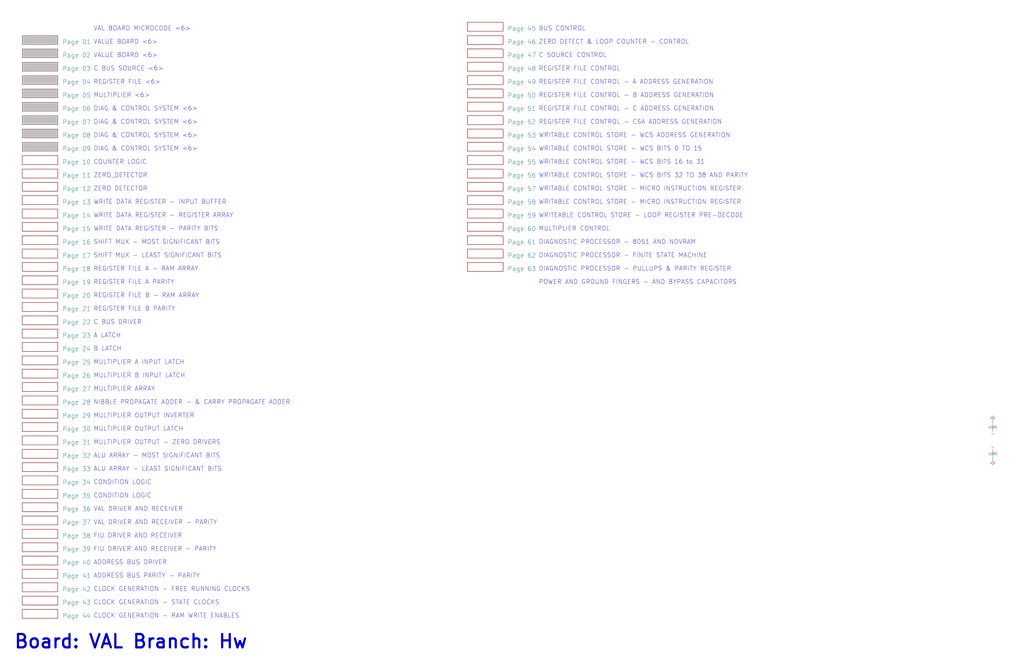
<source format=kicad_sch>
(kicad_sch (version 20230121) (generator eeschema)
  (paper "User" 584.2 378.46)
  (title_block (title "VAL Main"))
  (lib_symbols
    (symbol "r1000:PD" (power) (pin_numbers hide) (pin_names hide) (in_bom no)
      (symbol "PD_0_1"
        (polyline (pts (xy 0 -2.54) (xy 1.27 -2.54) (xy 0 -3.81) (xy -1.27 -2.54) (xy 0 -2.54)) (stroke (width 0.1524)))
      )
      (symbol "PD_1_1"
        (pin power_in line (at 0 0 270) (length 2.54) (name "PD") (number "1"))
      )
    )
    (symbol "r1000:PU" (power) (pin_numbers hide) (pin_names hide)
      (symbol "PU_0_1"
        (polyline (pts (xy 0 2.54) (xy -1.27 2.54) (xy 0 3.81) (xy 1.27 2.54) (xy 0 2.54)) (stroke (width 0.1524)))
      )
      (symbol "PU_1_1"
        (pin power_in line (at 0 0 90) (length 2.54) (name "PU") (number "1"))
      )
    )
    (symbol "r1000:Pull_Down" (pin_numbers hide) (pin_names hide)
      (property "Reference" "U" (at 0 0 0))
      (property "Value" "Pull_Down" (at 0 3.81 0))
      (symbol "Pull_Down_1_1"
        (pin power_out line (at 0 0 90) (length 2.54) (name "Out") (number "1"))
      )
    )
    (symbol "r1000:Pull_Up" (pin_numbers hide) (pin_names hide)
      (property "Reference" "U" (at 0 0 0))
      (property "Value" "Pull_Up" (at 0 -3.81 0))
      (symbol "Pull_Up_1_1"
        (pin power_out line (at 0 0 270) (length 2.54) (name "Out") (number "1"))
      )
    )
  )
  (wire (pts (xy 566.42 241.3) (xy 566.42 243.84)))
  (wire (pts (xy 566.42 259.08) (xy 566.42 261.62)))
  (text "CLOCK GENERATION - RAM WRITE ENABLES" (at 53.34 353.06 0) (effects (font (size 2.54 2.54)) (justify left bottom)))
  (text "DIAGNOSTIC PROCESSOR - PULLUPS & PARITY REGISTER" (at 307.34 154.94 0) (effects (font (size 2.54 2.54)) (justify left bottom)))
  (text "SHIFT MUX - MOST SIGNIFICANT BITS" (at 53.34 139.7 0) (effects (font (size 2.54 2.54)) (justify left bottom)))
  (text "VAL BOARD MICROCODE <6>" (at 53.34 17.78 0) (effects (font (size 2.54 2.54)) (justify left bottom)))
  (text "CLOCK GENERATION - STATE CLOCKS" (at 53.34 345.44 0) (effects (font (size 2.54 2.54)) (justify left bottom)))
  (text "DIAG & CONTROL SYSTEM <6>" (at 53.34 86.36 0) (effects (font (size 2.54 2.54)) (justify left bottom)))
  (text "REGISTER FILE CONTROL - A ADDRESS GENERATION" (at 307.34 48.26 0) (effects (font (size 2.54 2.54)) (justify left bottom)))
  (text "WRITABLE CONTROL STORE - WCS BITS 32 TO 38 AND PARITY" (at 307.34 101.6 0) (effects (font (size 2.54 2.54)) (justify left bottom)))
  (text "ADDRESS BUS PARITY - PARITY" (at 53.34 330.2 0) (effects (font (size 2.54 2.54)) (justify left bottom)))
  (text "POWER AND GROUND FINGERS - AND BYPASS CAPACITORS" (at 307.34 162.56 0) (effects (font (size 2.54 2.54)) (justify left bottom)))
  (text "VAL DRIVER AND RECEIVER" (at 53.34 292.1 0) (effects (font (size 2.54 2.54)) (justify left bottom)))
  (text "DIAGNOSTIC PROCESSOR - 8051 AND NOVRAM" (at 307.34 139.7 0) (effects (font (size 2.54 2.54)) (justify left bottom)))
  (text "FIU DRIVER AND RECEIVER" (at 53.34 307.34 0) (effects (font (size 2.54 2.54)) (justify left bottom)))
  (text "FIU DRIVER AND RECEIVER - PARITY" (at 53.34 314.96 0) (effects (font (size 2.54 2.54)) (justify left bottom)))
  (text "ALU ARRAY - LEAST SIGNIFICANT BITS" (at 53.34 269.24 0) (effects (font (size 2.54 2.54)) (justify left bottom)))
  (text "REGISTER FILE <6>" (at 53.34 48.26 0) (effects (font (size 2.54 2.54)) (justify left bottom)))
  (text "B LATCH" (at 53.34 200.66 0) (effects (font (size 2.54 2.54)) (justify left bottom)))
  (text "ZERO_DETECTOR" (at 53.34 101.6 0) (effects (font (size 2.54 2.54)) (justify left bottom)))
  (text "VALUE BOARD <6>" (at 53.34 25.4 0) (effects (font (size 2.54 2.54)) (justify left bottom)))
  (text "WRITABLE CONTROL STORE - WCS BITS 0 TO 15" (at 307.34 86.36 0) (effects (font (size 2.54 2.54)) (justify left bottom)))
  (text "DIAG & CONTROL SYSTEM <6>" (at 53.34 78.74 0) (effects (font (size 2.54 2.54)) (justify left bottom)))
  (text "WRITABLE CONTROL STORE - WCS BITS 16 to 31" (at 307.34 93.98 0) (effects (font (size 2.54 2.54)) (justify left bottom)))
  (text "MULTIPLIER OUTPUT - ZERO DRIVERS" (at 53.34 254 0) (effects (font (size 2.54 2.54)) (justify left bottom)))
  (text "DIAGNOSTIC PROCESSOR - FINITE STATE MACHINE" (at 307.34 147.32 0) (effects (font (size 2.54 2.54)) (justify left bottom)))
  (text "WRITABLE CONTROL STORE - MICRO INSTRUCTION REGISTER" (at 307.34 116.84 0) (effects (font (size 2.54 2.54)) (justify left bottom)))
  (text "REGISTER FILE A PARITY" (at 53.34 162.56 0) (effects (font (size 2.54 2.54)) (justify left bottom)))
  (text "CONDITION LOGIC" (at 53.34 276.86 0) (effects (font (size 2.54 2.54)) (justify left bottom)))
  (text "WRITE DATA REGISTER - REGISTER ARRAY" (at 53.34 124.46 0) (effects (font (size 2.54 2.54)) (justify left bottom)))
  (text "REGISTER FILE A - RAM ARRAY" (at 53.34 154.94 0) (effects (font (size 2.54 2.54)) (justify left bottom)))
  (text "ZERO DETECT & LOOP COUNTER - CONTROL" (at 307.34 25.4 0) (effects (font (size 2.54 2.54)) (justify left bottom)))
  (text "MULTIPLIER CONTROL" (at 307.34 132.08 0) (effects (font (size 2.54 2.54)) (justify left bottom)))
  (text "CONDITION LOGIC" (at 53.34 284.48 0) (effects (font (size 2.54 2.54)) (justify left bottom)))
  (text "Board: VAL Branch: Hw" (at 7.62 370.84 0) (effects (font (size 7.62 7.62) (thickness 1.27) bold) (justify left bottom)))
  (text "C BUS DRIVER" (at 53.34 185.42 0) (effects (font (size 2.54 2.54)) (justify left bottom)))
  (text "MULTIPLIER OUTPUT LATCH" (at 53.34 246.38 0) (effects (font (size 2.54 2.54)) (justify left bottom)))
  (text "MULTIPLIER <6>" (at 53.34 55.88 0) (effects (font (size 2.54 2.54)) (justify left bottom)))
  (text "MULTIPLIER ARRAY" (at 53.34 223.52 0) (effects (font (size 2.54 2.54)) (justify left bottom)))
  (text "MULTIPLIER A INPUT LATCH" (at 53.34 208.28 0) (effects (font (size 2.54 2.54)) (justify left bottom)))
  (text "DIAG & CONTROL SYSTEM <6>" (at 53.34 63.5 0) (effects (font (size 2.54 2.54)) (justify left bottom)))
  (text "DIAG & CONTROL SYSTEM <6>" (at 53.34 71.12 0) (effects (font (size 2.54 2.54)) (justify left bottom)))
  (text "CLOCK GENERATION - FREE RUNNING CLOCKS" (at 53.34 337.82 0) (effects (font (size 2.54 2.54)) (justify left bottom)))
  (text "NIBBLE PROPAGATE ADDER - & CARRY PROPAGATE ADDER" (at 53.34 231.14 0) (effects (font (size 2.54 2.54)) (justify left bottom)))
  (text "SHIFT MUX - LEAST SIGNIFICANT BITS" (at 53.34 147.32 0) (effects (font (size 2.54 2.54)) (justify left bottom)))
  (text "REGISTER FILE CONTROL - C ADDRESS GENERATION" (at 307.34 63.5 0) (effects (font (size 2.54 2.54)) (justify left bottom)))
  (text "WRITE DATA REGISTER - PARITY BITS" (at 53.34 132.08 0) (effects (font (size 2.54 2.54)) (justify left bottom)))
  (text "REGISTER FILE B - RAM ARRAY" (at 53.34 170.18 0) (effects (font (size 2.54 2.54)) (justify left bottom)))
  (text "WRITEABLE CONTROL STORE - LOOP REGISTER PRE-DECODE" (at 307.34 124.46 0) (effects (font (size 2.54 2.54)) (justify left bottom)))
  (text "VAL DRIVER AND RECEIVER - PARITY" (at 53.34 299.72 0) (effects (font (size 2.54 2.54)) (justify left bottom)))
  (text "BUS CONTROL" (at 307.34 17.78 0) (effects (font (size 2.54 2.54)) (justify left bottom)))
  (text "ADDRESS BUS DRIVER" (at 53.34 322.58 0) (effects (font (size 2.54 2.54)) (justify left bottom)))
  (text "WRITE DATA REGISTER - INPUT BUFFER" (at 53.34 116.84 0) (effects (font (size 2.54 2.54)) (justify left bottom)))
  (text "REGISTER FILE CONTROL - CSA ADDRESS GENERATION" (at 307.34 71.12 0) (effects (font (size 2.54 2.54)) (justify left bottom)))
  (text "C SOURCE CONTROL" (at 307.34 33.02 0) (effects (font (size 2.54 2.54)) (justify left bottom)))
  (text "MULTIPLIER OUTPUT INVERTER" (at 53.34 238.76 0) (effects (font (size 2.54 2.54)) (justify left bottom)))
  (text "WRITABLE CONTROL STORE - MICRO INSTRUCTION REGISTER" (at 307.34 109.22 0) (effects (font (size 2.54 2.54)) (justify left bottom)))
  (text "REGISTER FILE CONTROL - B ADDRESS GENERATION" (at 307.34 55.88 0) (effects (font (size 2.54 2.54)) (justify left bottom)))
  (text "REGISTER FILE CONTROL" (at 307.34 40.64 0) (effects (font (size 2.54 2.54)) (justify left bottom)))
  (text "REGISTER FILE B PARITY" (at 53.34 177.8 0) (effects (font (size 2.54 2.54)) (justify left bottom)))
  (text "COUNTER LOGIC" (at 53.34 93.98 0) (effects (font (size 2.54 2.54)) (justify left bottom)))
  (text "ZERO DETECTOR" (at 53.34 109.22 0) (effects (font (size 2.54 2.54)) (justify left bottom)))
  (text "VALUE BOARD <6>" (at 53.34 33.02 0) (effects (font (size 2.54 2.54)) (justify left bottom)))
  (text "ALU ARRAY - MOST SIGNIFICANT BITS" (at 53.34 261.62 0) (effects (font (size 2.54 2.54)) (justify left bottom)))
  (text "A LATCH" (at 53.34 193.04 0) (effects (font (size 2.54 2.54)) (justify left bottom)))
  (text "WRITABLE CONTROL STORE - WCS ADDRESS GENERATION" (at 307.34 78.74 0) (effects (font (size 2.54 2.54)) (justify left bottom)))
  (text "MULTIPLIER B INPUT LATCH" (at 53.34 215.9 0) (effects (font (size 2.54 2.54)) (justify left bottom)))
  (text "C BUS SOURCE <6>" (at 53.34 40.64 0) (effects (font (size 2.54 2.54)) (justify left bottom)))
  (symbol (lib_id "r1000:PU") (at 566.42 241.3 0) (unit 1)
    (property "Reference" "#PWR0102" (effects hide))
  )
  (symbol (lib_id "r1000:Pull_Down") (at 566.42 259.08 0) (unit 1)
    (property "Reference" "U102" (at 566.42 259.08 0))
    (property "Value" "~" (at 566.42 255.27 0) (effects (font (size 2.54 2.54))))
  )
  (symbol (lib_id "r1000:Pull_Up") (at 566.42 243.84 0) (unit 1)
    (property "Reference" "U101" (at 566.42 243.84 0))
    (property "Value" "~" (at 566.42 247.65 0) (effects (font (size 2.54 2.54))))
  )
  (symbol (lib_id "r1000:PD") (at 566.42 261.62 0) (unit 1) (in_bom no)
    (property "Reference" "#PWR0101" (effects hide))
  )
  (sheet (at 12.7 50.8) (size 20.32 5.08) (fill (color 192 192 192 1.0000))
    (property "Sheetname" "Page 05" (at 35.56 55.88 0) (effects (font (size 2.54 2.54)) (justify left bottom)))
    (property "Sheetfile" "pg_05.kicad_sch" (effects hide))
  )
  (sheet (at 12.7 302.26) (size 20.32 5.08)
    (property "Sheetname" "Page 38" (at 35.56 307.34 0) (effects (font (size 2.54 2.54)) (justify left bottom)))
    (property "Sheetfile" "pg_38.kicad_sch" (effects hide))
  )
  (sheet (at 266.7 50.8) (size 20.32 5.08)
    (property "Sheetname" "Page 50" (at 289.56 55.88 0) (effects (font (size 2.54 2.54)) (justify left bottom)))
    (property "Sheetfile" "pg_50.kicad_sch" (effects hide))
  )
  (sheet (at 266.7 12.7) (size 20.32 5.08)
    (property "Sheetname" "Page 45" (at 289.56 17.78 0) (effects (font (size 2.54 2.54)) (justify left bottom)))
    (property "Sheetfile" "pg_45.kicad_sch" (effects hide))
  )
  (sheet (at 12.7 279.4) (size 20.32 5.08)
    (property "Sheetname" "Page 35" (at 35.56 284.48 0) (effects (font (size 2.54 2.54)) (justify left bottom)))
    (property "Sheetfile" "pg_35.kicad_sch" (effects hide))
  )
  (sheet (at 12.7 195.58) (size 20.32 5.08)
    (property "Sheetname" "Page 24" (at 35.56 200.66 0) (effects (font (size 2.54 2.54)) (justify left bottom)))
    (property "Sheetfile" "pg_24.kicad_sch" (effects hide))
  )
  (sheet (at 12.7 256.54) (size 20.32 5.08)
    (property "Sheetname" "Page 32" (at 35.56 261.62 0) (effects (font (size 2.54 2.54)) (justify left bottom)))
    (property "Sheetfile" "pg_32.kicad_sch" (effects hide))
  )
  (sheet (at 12.7 58.42) (size 20.32 5.08) (fill (color 192 192 192 1.0000))
    (property "Sheetname" "Page 06" (at 35.56 63.5 0) (effects (font (size 2.54 2.54)) (justify left bottom)))
    (property "Sheetfile" "pg_06.kicad_sch" (effects hide))
  )
  (sheet (at 266.7 81.28) (size 20.32 5.08)
    (property "Sheetname" "Page 54" (at 289.56 86.36 0) (effects (font (size 2.54 2.54)) (justify left bottom)))
    (property "Sheetfile" "pg_54.kicad_sch" (effects hide))
  )
  (sheet (at 266.7 134.62) (size 20.32 5.08)
    (property "Sheetname" "Page 61" (at 289.56 139.7 0) (effects (font (size 2.54 2.54)) (justify left bottom)))
    (property "Sheetfile" "pg_61.kicad_sch" (effects hide))
  )
  (sheet (at 12.7 332.74) (size 20.32 5.08)
    (property "Sheetname" "Page 42" (at 35.56 337.82 0) (effects (font (size 2.54 2.54)) (justify left bottom)))
    (property "Sheetfile" "pg_42.kicad_sch" (effects hide))
  )
  (sheet (at 12.7 317.5) (size 20.32 5.08)
    (property "Sheetname" "Page 40" (at 35.56 322.58 0) (effects (font (size 2.54 2.54)) (justify left bottom)))
    (property "Sheetfile" "pg_40.kicad_sch" (effects hide))
  )
  (sheet (at 266.7 20.32) (size 20.32 5.08)
    (property "Sheetname" "Page 46" (at 289.56 25.4 0) (effects (font (size 2.54 2.54)) (justify left bottom)))
    (property "Sheetfile" "pg_46.kicad_sch" (effects hide))
  )
  (sheet (at 12.7 180.34) (size 20.32 5.08)
    (property "Sheetname" "Page 22" (at 35.56 185.42 0) (effects (font (size 2.54 2.54)) (justify left bottom)))
    (property "Sheetfile" "pg_22.kicad_sch" (effects hide))
  )
  (sheet (at 266.7 27.94) (size 20.32 5.08)
    (property "Sheetname" "Page 47" (at 289.56 33.02 0) (effects (font (size 2.54 2.54)) (justify left bottom)))
    (property "Sheetfile" "pg_47.kicad_sch" (effects hide))
  )
  (sheet (at 12.7 226.06) (size 20.32 5.08)
    (property "Sheetname" "Page 28" (at 35.56 231.14 0) (effects (font (size 2.54 2.54)) (justify left bottom)))
    (property "Sheetfile" "pg_28.kicad_sch" (effects hide))
  )
  (sheet (at 12.7 218.44) (size 20.32 5.08)
    (property "Sheetname" "Page 27" (at 35.56 223.52 0) (effects (font (size 2.54 2.54)) (justify left bottom)))
    (property "Sheetfile" "pg_27.kicad_sch" (effects hide))
  )
  (sheet (at 12.7 134.62) (size 20.32 5.08)
    (property "Sheetname" "Page 16" (at 35.56 139.7 0) (effects (font (size 2.54 2.54)) (justify left bottom)))
    (property "Sheetfile" "pg_16.kicad_sch" (effects hide))
  )
  (sheet (at 12.7 210.82) (size 20.32 5.08)
    (property "Sheetname" "Page 26" (at 35.56 215.9 0) (effects (font (size 2.54 2.54)) (justify left bottom)))
    (property "Sheetfile" "pg_26.kicad_sch" (effects hide))
  )
  (sheet (at 12.7 104.14) (size 20.32 5.08)
    (property "Sheetname" "Page 12" (at 35.56 109.22 0) (effects (font (size 2.54 2.54)) (justify left bottom)))
    (property "Sheetfile" "pg_12.kicad_sch" (effects hide))
  )
  (sheet (at 12.7 20.32) (size 20.32 5.08) (fill (color 192 192 192 1.0000))
    (property "Sheetname" "Page 01" (at 35.56 25.4 0) (effects (font (size 2.54 2.54)) (justify left bottom)))
    (property "Sheetfile" "pg_01.kicad_sch" (effects hide))
  )
  (sheet (at 12.7 287.02) (size 20.32 5.08)
    (property "Sheetname" "Page 36" (at 35.56 292.1 0) (effects (font (size 2.54 2.54)) (justify left bottom)))
    (property "Sheetfile" "pg_36.kicad_sch" (effects hide))
  )
  (sheet (at 266.7 104.14) (size 20.32 5.08)
    (property "Sheetname" "Page 57" (at 289.56 109.22 0) (effects (font (size 2.54 2.54)) (justify left bottom)))
    (property "Sheetfile" "pg_57.kicad_sch" (effects hide))
  )
  (sheet (at 266.7 119.38) (size 20.32 5.08)
    (property "Sheetname" "Page 59" (at 289.56 124.46 0) (effects (font (size 2.54 2.54)) (justify left bottom)))
    (property "Sheetfile" "pg_59.kicad_sch" (effects hide))
  )
  (sheet (at 12.7 127) (size 20.32 5.08)
    (property "Sheetname" "Page 15" (at 35.56 132.08 0) (effects (font (size 2.54 2.54)) (justify left bottom)))
    (property "Sheetfile" "pg_15.kicad_sch" (effects hide))
  )
  (sheet (at 266.7 149.86) (size 20.32 5.08)
    (property "Sheetname" "Page 63" (at 289.56 154.94 0) (effects (font (size 2.54 2.54)) (justify left bottom)))
    (property "Sheetfile" "pg_63.kicad_sch" (effects hide))
  )
  (sheet (at 266.7 43.18) (size 20.32 5.08)
    (property "Sheetname" "Page 49" (at 289.56 48.26 0) (effects (font (size 2.54 2.54)) (justify left bottom)))
    (property "Sheetfile" "pg_49.kicad_sch" (effects hide))
  )
  (sheet (at 12.7 294.64) (size 20.32 5.08)
    (property "Sheetname" "Page 37" (at 35.56 299.72 0) (effects (font (size 2.54 2.54)) (justify left bottom)))
    (property "Sheetfile" "pg_37.kicad_sch" (effects hide))
  )
  (sheet (at 266.7 88.9) (size 20.32 5.08)
    (property "Sheetname" "Page 55" (at 289.56 93.98 0) (effects (font (size 2.54 2.54)) (justify left bottom)))
    (property "Sheetfile" "pg_55.kicad_sch" (effects hide))
  )
  (sheet (at 12.7 96.52) (size 20.32 5.08)
    (property "Sheetname" "Page 11" (at 35.56 101.6 0) (effects (font (size 2.54 2.54)) (justify left bottom)))
    (property "Sheetfile" "pg_11.kicad_sch" (effects hide))
  )
  (sheet (at 12.7 157.48) (size 20.32 5.08)
    (property "Sheetname" "Page 19" (at 35.56 162.56 0) (effects (font (size 2.54 2.54)) (justify left bottom)))
    (property "Sheetfile" "pg_19.kicad_sch" (effects hide))
  )
  (sheet (at 12.7 165.1) (size 20.32 5.08)
    (property "Sheetname" "Page 20" (at 35.56 170.18 0) (effects (font (size 2.54 2.54)) (justify left bottom)))
    (property "Sheetfile" "pg_20.kicad_sch" (effects hide))
  )
  (sheet (at 12.7 347.98) (size 20.32 5.08)
    (property "Sheetname" "Page 44" (at 35.56 353.06 0) (effects (font (size 2.54 2.54)) (justify left bottom)))
    (property "Sheetfile" "pg_44.kicad_sch" (effects hide))
  )
  (sheet (at 12.7 27.94) (size 20.32 5.08) (fill (color 192 192 192 1.0000))
    (property "Sheetname" "Page 02" (at 35.56 33.02 0) (effects (font (size 2.54 2.54)) (justify left bottom)))
    (property "Sheetfile" "pg_02.kicad_sch" (effects hide))
  )
  (sheet (at 12.7 203.2) (size 20.32 5.08)
    (property "Sheetname" "Page 25" (at 35.56 208.28 0) (effects (font (size 2.54 2.54)) (justify left bottom)))
    (property "Sheetfile" "pg_25.kicad_sch" (effects hide))
  )
  (sheet (at 12.7 88.9) (size 20.32 5.08)
    (property "Sheetname" "Page 10" (at 35.56 93.98 0) (effects (font (size 2.54 2.54)) (justify left bottom)))
    (property "Sheetfile" "pg_10.kicad_sch" (effects hide))
  )
  (sheet (at 266.7 127) (size 20.32 5.08)
    (property "Sheetname" "Page 60" (at 289.56 132.08 0) (effects (font (size 2.54 2.54)) (justify left bottom)))
    (property "Sheetfile" "pg_60.kicad_sch" (effects hide))
  )
  (sheet (at 12.7 81.28) (size 20.32 5.08) (fill (color 192 192 192 1.0000))
    (property "Sheetname" "Page 09" (at 35.56 86.36 0) (effects (font (size 2.54 2.54)) (justify left bottom)))
    (property "Sheetfile" "pg_09.kicad_sch" (effects hide))
  )
  (sheet (at 12.7 248.92) (size 20.32 5.08)
    (property "Sheetname" "Page 31" (at 35.56 254 0) (effects (font (size 2.54 2.54)) (justify left bottom)))
    (property "Sheetfile" "pg_31.kicad_sch" (effects hide))
  )
  (sheet (at 12.7 233.68) (size 20.32 5.08)
    (property "Sheetname" "Page 29" (at 35.56 238.76 0) (effects (font (size 2.54 2.54)) (justify left bottom)))
    (property "Sheetfile" "pg_29.kicad_sch" (effects hide))
  )
  (sheet (at 266.7 58.42) (size 20.32 5.08)
    (property "Sheetname" "Page 51" (at 289.56 63.5 0) (effects (font (size 2.54 2.54)) (justify left bottom)))
    (property "Sheetfile" "pg_51.kicad_sch" (effects hide))
  )
  (sheet (at 266.7 142.24) (size 20.32 5.08)
    (property "Sheetname" "Page 62" (at 289.56 147.32 0) (effects (font (size 2.54 2.54)) (justify left bottom)))
    (property "Sheetfile" "pg_62.kicad_sch" (effects hide))
  )
  (sheet (at 12.7 111.76) (size 20.32 5.08)
    (property "Sheetname" "Page 13" (at 35.56 116.84 0) (effects (font (size 2.54 2.54)) (justify left bottom)))
    (property "Sheetfile" "pg_13.kicad_sch" (effects hide))
  )
  (sheet (at 266.7 35.56) (size 20.32 5.08)
    (property "Sheetname" "Page 48" (at 289.56 40.64 0) (effects (font (size 2.54 2.54)) (justify left bottom)))
    (property "Sheetfile" "pg_48.kicad_sch" (effects hide))
  )
  (sheet (at 12.7 66.04) (size 20.32 5.08) (fill (color 192 192 192 1.0000))
    (property "Sheetname" "Page 07" (at 35.56 71.12 0) (effects (font (size 2.54 2.54)) (justify left bottom)))
    (property "Sheetfile" "pg_07.kicad_sch" (effects hide))
  )
  (sheet (at 266.7 96.52) (size 20.32 5.08)
    (property "Sheetname" "Page 56" (at 289.56 101.6 0) (effects (font (size 2.54 2.54)) (justify left bottom)))
    (property "Sheetfile" "pg_56.kicad_sch" (effects hide))
  )
  (sheet (at 12.7 340.36) (size 20.32 5.08)
    (property "Sheetname" "Page 43" (at 35.56 345.44 0) (effects (font (size 2.54 2.54)) (justify left bottom)))
    (property "Sheetfile" "pg_43.kicad_sch" (effects hide))
  )
  (sheet (at 266.7 66.04) (size 20.32 5.08)
    (property "Sheetname" "Page 52" (at 289.56 71.12 0) (effects (font (size 2.54 2.54)) (justify left bottom)))
    (property "Sheetfile" "pg_52.kicad_sch" (effects hide))
  )
  (sheet (at 12.7 241.3) (size 20.32 5.08)
    (property "Sheetname" "Page 30" (at 35.56 246.38 0) (effects (font (size 2.54 2.54)) (justify left bottom)))
    (property "Sheetfile" "pg_30.kicad_sch" (effects hide))
  )
  (sheet (at 12.7 264.16) (size 20.32 5.08)
    (property "Sheetname" "Page 33" (at 35.56 269.24 0) (effects (font (size 2.54 2.54)) (justify left bottom)))
    (property "Sheetfile" "pg_33.kicad_sch" (effects hide))
  )
  (sheet (at 12.7 271.78) (size 20.32 5.08)
    (property "Sheetname" "Page 34" (at 35.56 276.86 0) (effects (font (size 2.54 2.54)) (justify left bottom)))
    (property "Sheetfile" "pg_34.kicad_sch" (effects hide))
  )
  (sheet (at 12.7 149.86) (size 20.32 5.08)
    (property "Sheetname" "Page 18" (at 35.56 154.94 0) (effects (font (size 2.54 2.54)) (justify left bottom)))
    (property "Sheetfile" "pg_18.kicad_sch" (effects hide))
  )
  (sheet (at 266.7 73.66) (size 20.32 5.08)
    (property "Sheetname" "Page 53" (at 289.56 78.74 0) (effects (font (size 2.54 2.54)) (justify left bottom)))
    (property "Sheetfile" "pg_53.kicad_sch" (effects hide))
  )
  (sheet (at 12.7 187.96) (size 20.32 5.08)
    (property "Sheetname" "Page 23" (at 35.56 193.04 0) (effects (font (size 2.54 2.54)) (justify left bottom)))
    (property "Sheetfile" "pg_23.kicad_sch" (effects hide))
  )
  (sheet (at 12.7 142.24) (size 20.32 5.08)
    (property "Sheetname" "Page 17" (at 35.56 147.32 0) (effects (font (size 2.54 2.54)) (justify left bottom)))
    (property "Sheetfile" "pg_17.kicad_sch" (effects hide))
  )
  (sheet (at 12.7 309.88) (size 20.32 5.08)
    (property "Sheetname" "Page 39" (at 35.56 314.96 0) (effects (font (size 2.54 2.54)) (justify left bottom)))
    (property "Sheetfile" "pg_39.kicad_sch" (effects hide))
  )
  (sheet (at 12.7 43.18) (size 20.32 5.08) (fill (color 192 192 192 1.0000))
    (property "Sheetname" "Page 04" (at 35.56 48.26 0) (effects (font (size 2.54 2.54)) (justify left bottom)))
    (property "Sheetfile" "pg_04.kicad_sch" (effects hide))
  )
  (sheet (at 12.7 172.72) (size 20.32 5.08)
    (property "Sheetname" "Page 21" (at 35.56 177.8 0) (effects (font (size 2.54 2.54)) (justify left bottom)))
    (property "Sheetfile" "pg_21.kicad_sch" (effects hide))
  )
  (sheet (at 12.7 73.66) (size 20.32 5.08) (fill (color 192 192 192 1.0000))
    (property "Sheetname" "Page 08" (at 35.56 78.74 0) (effects (font (size 2.54 2.54)) (justify left bottom)))
    (property "Sheetfile" "pg_08.kicad_sch" (effects hide))
  )
  (sheet (at 12.7 325.12) (size 20.32 5.08)
    (property "Sheetname" "Page 41" (at 35.56 330.2 0) (effects (font (size 2.54 2.54)) (justify left bottom)))
    (property "Sheetfile" "pg_41.kicad_sch" (effects hide))
  )
  (sheet (at 266.7 111.76) (size 20.32 5.08)
    (property "Sheetname" "Page 58" (at 289.56 116.84 0) (effects (font (size 2.54 2.54)) (justify left bottom)))
    (property "Sheetfile" "pg_58.kicad_sch" (effects hide))
  )
  (sheet (at 12.7 35.56) (size 20.32 5.08) (fill (color 192 192 192 1.0000))
    (property "Sheetname" "Page 03" (at 35.56 40.64 0) (effects (font (size 2.54 2.54)) (justify left bottom)))
    (property "Sheetfile" "pg_03.kicad_sch" (effects hide))
  )
  (sheet (at 12.7 119.38) (size 20.32 5.08)
    (property "Sheetname" "Page 14" (at 35.56 124.46 0) (effects (font (size 2.54 2.54)) (justify left bottom)))
    (property "Sheetfile" "pg_14.kicad_sch" (effects hide))
  )
)
</source>
